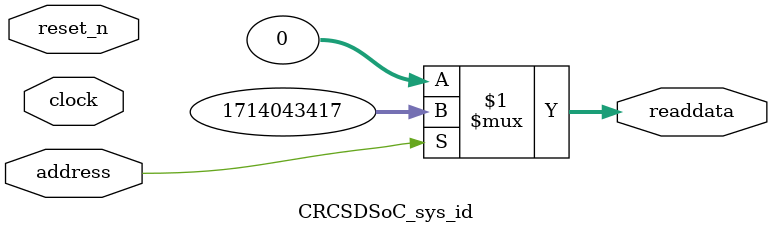
<source format=v>

`timescale 1ns / 1ps
// synthesis translate_on

// turn off superfluous verilog processor warnings 
// altera message_level Level1 
// altera message_off 10034 10035 10036 10037 10230 10240 10030 

module CRCSDSoC_sys_id (
               // inputs:
                address,
                clock,
                reset_n,

               // outputs:
                readdata
             )
;

  output  [ 31: 0] readdata;
  input            address;
  input            clock;
  input            reset_n;

  wire    [ 31: 0] readdata;
  //control_slave, which is an e_avalon_slave
  assign readdata = address ? 1714043417 : 0;

endmodule




</source>
